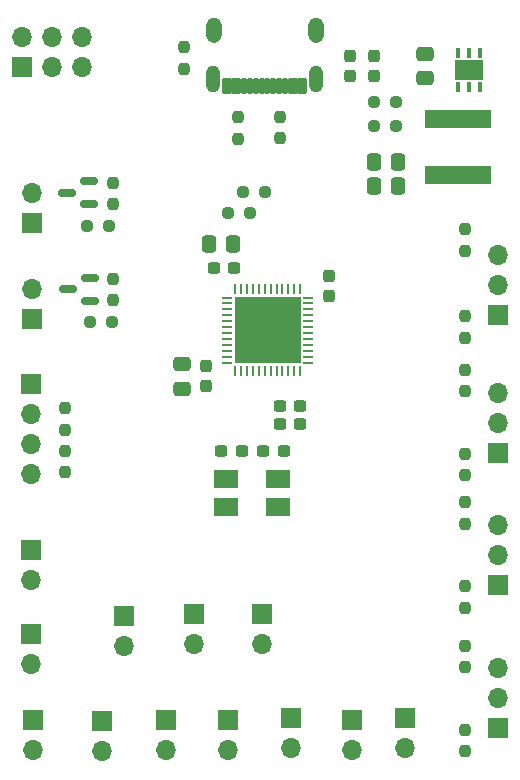
<source format=gts>
G04 #@! TF.GenerationSoftware,KiCad,Pcbnew,7.0.11*
G04 #@! TF.CreationDate,2024-12-23T17:17:55+01:00*
G04 #@! TF.ProjectId,Aviator_Controller,41766961-746f-4725-9f43-6f6e74726f6c,rev?*
G04 #@! TF.SameCoordinates,Original*
G04 #@! TF.FileFunction,Soldermask,Top*
G04 #@! TF.FilePolarity,Negative*
%FSLAX46Y46*%
G04 Gerber Fmt 4.6, Leading zero omitted, Abs format (unit mm)*
G04 Created by KiCad (PCBNEW 7.0.11) date 2024-12-23 17:17:55*
%MOMM*%
%LPD*%
G01*
G04 APERTURE LIST*
G04 Aperture macros list*
%AMRoundRect*
0 Rectangle with rounded corners*
0 $1 Rounding radius*
0 $2 $3 $4 $5 $6 $7 $8 $9 X,Y pos of 4 corners*
0 Add a 4 corners polygon primitive as box body*
4,1,4,$2,$3,$4,$5,$6,$7,$8,$9,$2,$3,0*
0 Add four circle primitives for the rounded corners*
1,1,$1+$1,$2,$3*
1,1,$1+$1,$4,$5*
1,1,$1+$1,$6,$7*
1,1,$1+$1,$8,$9*
0 Add four rect primitives between the rounded corners*
20,1,$1+$1,$2,$3,$4,$5,0*
20,1,$1+$1,$4,$5,$6,$7,0*
20,1,$1+$1,$6,$7,$8,$9,0*
20,1,$1+$1,$8,$9,$2,$3,0*%
G04 Aperture macros list end*
%ADD10C,0.010000*%
%ADD11RoundRect,0.102000X0.300000X0.575000X-0.300000X0.575000X-0.300000X-0.575000X0.300000X-0.575000X0*%
%ADD12RoundRect,0.102000X0.150000X0.575000X-0.150000X0.575000X-0.150000X-0.575000X0.150000X-0.575000X0*%
%ADD13O,1.204000X2.304000*%
%ADD14RoundRect,0.102000X-0.900000X0.700000X-0.900000X-0.700000X0.900000X-0.700000X0.900000X0.700000X0*%
%ADD15R,0.406400X0.812800*%
%ADD16R,2.489200X1.752600*%
%ADD17RoundRect,0.237500X-0.237500X0.300000X-0.237500X-0.300000X0.237500X-0.300000X0.237500X0.300000X0*%
%ADD18RoundRect,0.237500X-0.237500X0.250000X-0.237500X-0.250000X0.237500X-0.250000X0.237500X0.250000X0*%
%ADD19R,5.600000X5.600000*%
%ADD20RoundRect,0.062500X0.375000X-0.062500X0.375000X0.062500X-0.375000X0.062500X-0.375000X-0.062500X0*%
%ADD21RoundRect,0.062500X0.062500X-0.375000X0.062500X0.375000X-0.062500X0.375000X-0.062500X-0.375000X0*%
%ADD22R,5.700000X1.600000*%
%ADD23R,1.700000X1.700000*%
%ADD24O,1.700000X1.700000*%
%ADD25RoundRect,0.237500X0.237500X-0.250000X0.237500X0.250000X-0.237500X0.250000X-0.237500X-0.250000X0*%
%ADD26RoundRect,0.150000X0.587500X0.150000X-0.587500X0.150000X-0.587500X-0.150000X0.587500X-0.150000X0*%
%ADD27RoundRect,0.237500X-0.250000X-0.237500X0.250000X-0.237500X0.250000X0.237500X-0.250000X0.237500X0*%
%ADD28RoundRect,0.250000X-0.337500X-0.475000X0.337500X-0.475000X0.337500X0.475000X-0.337500X0.475000X0*%
%ADD29RoundRect,0.237500X0.300000X0.237500X-0.300000X0.237500X-0.300000X-0.237500X0.300000X-0.237500X0*%
%ADD30RoundRect,0.237500X0.237500X-0.300000X0.237500X0.300000X-0.237500X0.300000X-0.237500X-0.300000X0*%
%ADD31RoundRect,0.237500X0.250000X0.237500X-0.250000X0.237500X-0.250000X-0.237500X0.250000X-0.237500X0*%
%ADD32RoundRect,0.250000X0.337500X0.475000X-0.337500X0.475000X-0.337500X-0.475000X0.337500X-0.475000X0*%
%ADD33RoundRect,0.250000X-0.475000X0.337500X-0.475000X-0.337500X0.475000X-0.337500X0.475000X0.337500X0*%
%ADD34RoundRect,0.237500X-0.300000X-0.237500X0.300000X-0.237500X0.300000X0.237500X-0.300000X0.237500X0*%
%ADD35RoundRect,0.250000X0.475000X-0.337500X0.475000X0.337500X-0.475000X0.337500X-0.475000X-0.337500X0*%
G04 APERTURE END LIST*
D10*
X155351000Y-48001000D02*
X155383000Y-48003000D01*
X155414000Y-48007000D01*
X155445000Y-48013000D01*
X155475000Y-48020000D01*
X155505000Y-48029000D01*
X155535000Y-48040000D01*
X155564000Y-48052000D01*
X155592000Y-48065000D01*
X155620000Y-48080000D01*
X155647000Y-48097000D01*
X155673000Y-48115000D01*
X155698000Y-48134000D01*
X155721000Y-48154000D01*
X155744000Y-48176000D01*
X155766000Y-48199000D01*
X155786000Y-48222000D01*
X155805000Y-48247000D01*
X155823000Y-48273000D01*
X155840000Y-48300000D01*
X155855000Y-48328000D01*
X155868000Y-48356000D01*
X155880000Y-48385000D01*
X155891000Y-48415000D01*
X155900000Y-48445000D01*
X155907000Y-48475000D01*
X155913000Y-48506000D01*
X155917000Y-48537000D01*
X155919000Y-48569000D01*
X155920000Y-48600000D01*
X155920000Y-49000000D01*
X155920000Y-49400000D01*
X155919000Y-49431000D01*
X155917000Y-49463000D01*
X155913000Y-49494000D01*
X155907000Y-49525000D01*
X155900000Y-49555000D01*
X155891000Y-49585000D01*
X155880000Y-49615000D01*
X155868000Y-49644000D01*
X155855000Y-49672000D01*
X155840000Y-49700000D01*
X155823000Y-49727000D01*
X155805000Y-49753000D01*
X155786000Y-49778000D01*
X155766000Y-49801000D01*
X155744000Y-49824000D01*
X155721000Y-49846000D01*
X155698000Y-49866000D01*
X155673000Y-49885000D01*
X155647000Y-49903000D01*
X155620000Y-49920000D01*
X155592000Y-49935000D01*
X155564000Y-49948000D01*
X155535000Y-49960000D01*
X155505000Y-49971000D01*
X155475000Y-49980000D01*
X155445000Y-49987000D01*
X155414000Y-49993000D01*
X155383000Y-49997000D01*
X155351000Y-49999000D01*
X155320000Y-50000000D01*
X155289000Y-49999000D01*
X155257000Y-49997000D01*
X155226000Y-49993000D01*
X155195000Y-49987000D01*
X155165000Y-49980000D01*
X155135000Y-49971000D01*
X155105000Y-49960000D01*
X155076000Y-49948000D01*
X155048000Y-49935000D01*
X155020000Y-49920000D01*
X154993000Y-49903000D01*
X154967000Y-49885000D01*
X154942000Y-49866000D01*
X154919000Y-49846000D01*
X154896000Y-49824000D01*
X154874000Y-49801000D01*
X154854000Y-49778000D01*
X154835000Y-49753000D01*
X154817000Y-49727000D01*
X154800000Y-49700000D01*
X154785000Y-49672000D01*
X154772000Y-49644000D01*
X154760000Y-49615000D01*
X154749000Y-49585000D01*
X154740000Y-49555000D01*
X154733000Y-49525000D01*
X154727000Y-49494000D01*
X154723000Y-49463000D01*
X154721000Y-49431000D01*
X154720000Y-49400000D01*
X154720000Y-49000000D01*
X154720000Y-48600000D01*
X154721000Y-48569000D01*
X154723000Y-48537000D01*
X154727000Y-48506000D01*
X154733000Y-48475000D01*
X154740000Y-48445000D01*
X154749000Y-48415000D01*
X154760000Y-48385000D01*
X154772000Y-48356000D01*
X154785000Y-48328000D01*
X154800000Y-48300000D01*
X154817000Y-48273000D01*
X154835000Y-48247000D01*
X154854000Y-48222000D01*
X154874000Y-48199000D01*
X154896000Y-48176000D01*
X154919000Y-48154000D01*
X154942000Y-48134000D01*
X154967000Y-48115000D01*
X154993000Y-48097000D01*
X155020000Y-48080000D01*
X155048000Y-48065000D01*
X155076000Y-48052000D01*
X155105000Y-48040000D01*
X155135000Y-48029000D01*
X155165000Y-48020000D01*
X155195000Y-48013000D01*
X155226000Y-48007000D01*
X155257000Y-48003000D01*
X155289000Y-48001000D01*
X155320000Y-48000000D01*
X155351000Y-48001000D01*
G36*
X155351000Y-48001000D02*
G01*
X155383000Y-48003000D01*
X155414000Y-48007000D01*
X155445000Y-48013000D01*
X155475000Y-48020000D01*
X155505000Y-48029000D01*
X155535000Y-48040000D01*
X155564000Y-48052000D01*
X155592000Y-48065000D01*
X155620000Y-48080000D01*
X155647000Y-48097000D01*
X155673000Y-48115000D01*
X155698000Y-48134000D01*
X155721000Y-48154000D01*
X155744000Y-48176000D01*
X155766000Y-48199000D01*
X155786000Y-48222000D01*
X155805000Y-48247000D01*
X155823000Y-48273000D01*
X155840000Y-48300000D01*
X155855000Y-48328000D01*
X155868000Y-48356000D01*
X155880000Y-48385000D01*
X155891000Y-48415000D01*
X155900000Y-48445000D01*
X155907000Y-48475000D01*
X155913000Y-48506000D01*
X155917000Y-48537000D01*
X155919000Y-48569000D01*
X155920000Y-48600000D01*
X155920000Y-49000000D01*
X155920000Y-49400000D01*
X155919000Y-49431000D01*
X155917000Y-49463000D01*
X155913000Y-49494000D01*
X155907000Y-49525000D01*
X155900000Y-49555000D01*
X155891000Y-49585000D01*
X155880000Y-49615000D01*
X155868000Y-49644000D01*
X155855000Y-49672000D01*
X155840000Y-49700000D01*
X155823000Y-49727000D01*
X155805000Y-49753000D01*
X155786000Y-49778000D01*
X155766000Y-49801000D01*
X155744000Y-49824000D01*
X155721000Y-49846000D01*
X155698000Y-49866000D01*
X155673000Y-49885000D01*
X155647000Y-49903000D01*
X155620000Y-49920000D01*
X155592000Y-49935000D01*
X155564000Y-49948000D01*
X155535000Y-49960000D01*
X155505000Y-49971000D01*
X155475000Y-49980000D01*
X155445000Y-49987000D01*
X155414000Y-49993000D01*
X155383000Y-49997000D01*
X155351000Y-49999000D01*
X155320000Y-50000000D01*
X155289000Y-49999000D01*
X155257000Y-49997000D01*
X155226000Y-49993000D01*
X155195000Y-49987000D01*
X155165000Y-49980000D01*
X155135000Y-49971000D01*
X155105000Y-49960000D01*
X155076000Y-49948000D01*
X155048000Y-49935000D01*
X155020000Y-49920000D01*
X154993000Y-49903000D01*
X154967000Y-49885000D01*
X154942000Y-49866000D01*
X154919000Y-49846000D01*
X154896000Y-49824000D01*
X154874000Y-49801000D01*
X154854000Y-49778000D01*
X154835000Y-49753000D01*
X154817000Y-49727000D01*
X154800000Y-49700000D01*
X154785000Y-49672000D01*
X154772000Y-49644000D01*
X154760000Y-49615000D01*
X154749000Y-49585000D01*
X154740000Y-49555000D01*
X154733000Y-49525000D01*
X154727000Y-49494000D01*
X154723000Y-49463000D01*
X154721000Y-49431000D01*
X154720000Y-49400000D01*
X154720000Y-49000000D01*
X154720000Y-48600000D01*
X154721000Y-48569000D01*
X154723000Y-48537000D01*
X154727000Y-48506000D01*
X154733000Y-48475000D01*
X154740000Y-48445000D01*
X154749000Y-48415000D01*
X154760000Y-48385000D01*
X154772000Y-48356000D01*
X154785000Y-48328000D01*
X154800000Y-48300000D01*
X154817000Y-48273000D01*
X154835000Y-48247000D01*
X154854000Y-48222000D01*
X154874000Y-48199000D01*
X154896000Y-48176000D01*
X154919000Y-48154000D01*
X154942000Y-48134000D01*
X154967000Y-48115000D01*
X154993000Y-48097000D01*
X155020000Y-48080000D01*
X155048000Y-48065000D01*
X155076000Y-48052000D01*
X155105000Y-48040000D01*
X155135000Y-48029000D01*
X155165000Y-48020000D01*
X155195000Y-48013000D01*
X155226000Y-48007000D01*
X155257000Y-48003000D01*
X155289000Y-48001000D01*
X155320000Y-48000000D01*
X155351000Y-48001000D01*
G37*
X146711000Y-48001000D02*
X146743000Y-48003000D01*
X146774000Y-48007000D01*
X146805000Y-48013000D01*
X146835000Y-48020000D01*
X146865000Y-48029000D01*
X146895000Y-48040000D01*
X146924000Y-48052000D01*
X146952000Y-48065000D01*
X146980000Y-48080000D01*
X147007000Y-48097000D01*
X147033000Y-48115000D01*
X147058000Y-48134000D01*
X147081000Y-48154000D01*
X147104000Y-48176000D01*
X147126000Y-48199000D01*
X147146000Y-48222000D01*
X147165000Y-48247000D01*
X147183000Y-48273000D01*
X147200000Y-48300000D01*
X147215000Y-48328000D01*
X147228000Y-48356000D01*
X147240000Y-48385000D01*
X147251000Y-48415000D01*
X147260000Y-48445000D01*
X147267000Y-48475000D01*
X147273000Y-48506000D01*
X147277000Y-48537000D01*
X147279000Y-48569000D01*
X147280000Y-48600000D01*
X147280000Y-49000000D01*
X147280000Y-49400000D01*
X147279000Y-49431000D01*
X147277000Y-49463000D01*
X147273000Y-49494000D01*
X147267000Y-49525000D01*
X147260000Y-49555000D01*
X147251000Y-49585000D01*
X147240000Y-49615000D01*
X147228000Y-49644000D01*
X147215000Y-49672000D01*
X147200000Y-49700000D01*
X147183000Y-49727000D01*
X147165000Y-49753000D01*
X147146000Y-49778000D01*
X147126000Y-49801000D01*
X147104000Y-49824000D01*
X147081000Y-49846000D01*
X147058000Y-49866000D01*
X147033000Y-49885000D01*
X147007000Y-49903000D01*
X146980000Y-49920000D01*
X146952000Y-49935000D01*
X146924000Y-49948000D01*
X146895000Y-49960000D01*
X146865000Y-49971000D01*
X146835000Y-49980000D01*
X146805000Y-49987000D01*
X146774000Y-49993000D01*
X146743000Y-49997000D01*
X146711000Y-49999000D01*
X146680000Y-50000000D01*
X146649000Y-49999000D01*
X146617000Y-49997000D01*
X146586000Y-49993000D01*
X146555000Y-49987000D01*
X146525000Y-49980000D01*
X146495000Y-49971000D01*
X146465000Y-49960000D01*
X146436000Y-49948000D01*
X146408000Y-49935000D01*
X146380000Y-49920000D01*
X146353000Y-49903000D01*
X146327000Y-49885000D01*
X146302000Y-49866000D01*
X146279000Y-49846000D01*
X146256000Y-49824000D01*
X146234000Y-49801000D01*
X146214000Y-49778000D01*
X146195000Y-49753000D01*
X146177000Y-49727000D01*
X146160000Y-49700000D01*
X146145000Y-49672000D01*
X146132000Y-49644000D01*
X146120000Y-49615000D01*
X146109000Y-49585000D01*
X146100000Y-49555000D01*
X146093000Y-49525000D01*
X146087000Y-49494000D01*
X146083000Y-49463000D01*
X146081000Y-49431000D01*
X146080000Y-49400000D01*
X146080000Y-49000000D01*
X146080000Y-48600000D01*
X146081000Y-48569000D01*
X146083000Y-48537000D01*
X146087000Y-48506000D01*
X146093000Y-48475000D01*
X146100000Y-48445000D01*
X146109000Y-48415000D01*
X146120000Y-48385000D01*
X146132000Y-48356000D01*
X146145000Y-48328000D01*
X146160000Y-48300000D01*
X146177000Y-48273000D01*
X146195000Y-48247000D01*
X146214000Y-48222000D01*
X146234000Y-48199000D01*
X146256000Y-48176000D01*
X146279000Y-48154000D01*
X146302000Y-48134000D01*
X146327000Y-48115000D01*
X146353000Y-48097000D01*
X146380000Y-48080000D01*
X146408000Y-48065000D01*
X146436000Y-48052000D01*
X146465000Y-48040000D01*
X146495000Y-48029000D01*
X146525000Y-48020000D01*
X146555000Y-48013000D01*
X146586000Y-48007000D01*
X146617000Y-48003000D01*
X146649000Y-48001000D01*
X146680000Y-48000000D01*
X146711000Y-48001000D01*
G36*
X146711000Y-48001000D02*
G01*
X146743000Y-48003000D01*
X146774000Y-48007000D01*
X146805000Y-48013000D01*
X146835000Y-48020000D01*
X146865000Y-48029000D01*
X146895000Y-48040000D01*
X146924000Y-48052000D01*
X146952000Y-48065000D01*
X146980000Y-48080000D01*
X147007000Y-48097000D01*
X147033000Y-48115000D01*
X147058000Y-48134000D01*
X147081000Y-48154000D01*
X147104000Y-48176000D01*
X147126000Y-48199000D01*
X147146000Y-48222000D01*
X147165000Y-48247000D01*
X147183000Y-48273000D01*
X147200000Y-48300000D01*
X147215000Y-48328000D01*
X147228000Y-48356000D01*
X147240000Y-48385000D01*
X147251000Y-48415000D01*
X147260000Y-48445000D01*
X147267000Y-48475000D01*
X147273000Y-48506000D01*
X147277000Y-48537000D01*
X147279000Y-48569000D01*
X147280000Y-48600000D01*
X147280000Y-49000000D01*
X147280000Y-49400000D01*
X147279000Y-49431000D01*
X147277000Y-49463000D01*
X147273000Y-49494000D01*
X147267000Y-49525000D01*
X147260000Y-49555000D01*
X147251000Y-49585000D01*
X147240000Y-49615000D01*
X147228000Y-49644000D01*
X147215000Y-49672000D01*
X147200000Y-49700000D01*
X147183000Y-49727000D01*
X147165000Y-49753000D01*
X147146000Y-49778000D01*
X147126000Y-49801000D01*
X147104000Y-49824000D01*
X147081000Y-49846000D01*
X147058000Y-49866000D01*
X147033000Y-49885000D01*
X147007000Y-49903000D01*
X146980000Y-49920000D01*
X146952000Y-49935000D01*
X146924000Y-49948000D01*
X146895000Y-49960000D01*
X146865000Y-49971000D01*
X146835000Y-49980000D01*
X146805000Y-49987000D01*
X146774000Y-49993000D01*
X146743000Y-49997000D01*
X146711000Y-49999000D01*
X146680000Y-50000000D01*
X146649000Y-49999000D01*
X146617000Y-49997000D01*
X146586000Y-49993000D01*
X146555000Y-49987000D01*
X146525000Y-49980000D01*
X146495000Y-49971000D01*
X146465000Y-49960000D01*
X146436000Y-49948000D01*
X146408000Y-49935000D01*
X146380000Y-49920000D01*
X146353000Y-49903000D01*
X146327000Y-49885000D01*
X146302000Y-49866000D01*
X146279000Y-49846000D01*
X146256000Y-49824000D01*
X146234000Y-49801000D01*
X146214000Y-49778000D01*
X146195000Y-49753000D01*
X146177000Y-49727000D01*
X146160000Y-49700000D01*
X146145000Y-49672000D01*
X146132000Y-49644000D01*
X146120000Y-49615000D01*
X146109000Y-49585000D01*
X146100000Y-49555000D01*
X146093000Y-49525000D01*
X146087000Y-49494000D01*
X146083000Y-49463000D01*
X146081000Y-49431000D01*
X146080000Y-49400000D01*
X146080000Y-49000000D01*
X146080000Y-48600000D01*
X146081000Y-48569000D01*
X146083000Y-48537000D01*
X146087000Y-48506000D01*
X146093000Y-48475000D01*
X146100000Y-48445000D01*
X146109000Y-48415000D01*
X146120000Y-48385000D01*
X146132000Y-48356000D01*
X146145000Y-48328000D01*
X146160000Y-48300000D01*
X146177000Y-48273000D01*
X146195000Y-48247000D01*
X146214000Y-48222000D01*
X146234000Y-48199000D01*
X146256000Y-48176000D01*
X146279000Y-48154000D01*
X146302000Y-48134000D01*
X146327000Y-48115000D01*
X146353000Y-48097000D01*
X146380000Y-48080000D01*
X146408000Y-48065000D01*
X146436000Y-48052000D01*
X146465000Y-48040000D01*
X146495000Y-48029000D01*
X146525000Y-48020000D01*
X146555000Y-48013000D01*
X146586000Y-48007000D01*
X146617000Y-48003000D01*
X146649000Y-48001000D01*
X146680000Y-48000000D01*
X146711000Y-48001000D01*
G37*
D11*
X154200000Y-53755000D03*
X153400000Y-53755000D03*
D12*
X152250000Y-53755000D03*
X151250000Y-53755000D03*
X150750000Y-53755000D03*
X149750000Y-53755000D03*
D11*
X147800000Y-53755000D03*
X148600000Y-53755000D03*
D12*
X149250000Y-53755000D03*
X150250000Y-53755000D03*
X151750000Y-53755000D03*
X152750000Y-53755000D03*
D13*
X155320000Y-53180000D03*
X146680000Y-53180000D03*
D14*
X152168000Y-87034000D03*
X147768000Y-87034000D03*
X147768000Y-89434000D03*
X152168000Y-89434000D03*
D15*
X167386000Y-53848000D03*
X168336001Y-53848000D03*
X169286002Y-53848000D03*
X169286002Y-50952400D03*
X168336001Y-50952400D03*
X167386000Y-50952400D03*
D16*
X168336001Y-52400200D03*
D17*
X160274000Y-52932500D03*
X160274000Y-51207500D03*
D18*
X134112000Y-86459700D03*
X134112000Y-84634700D03*
X134112000Y-82852900D03*
X134112000Y-81027900D03*
D19*
X151265500Y-74410000D03*
D20*
X147828000Y-77160000D03*
X147828000Y-76660000D03*
X147828000Y-76160000D03*
X147828000Y-75660000D03*
X147828000Y-75160000D03*
X147828000Y-74660000D03*
X147828000Y-74160000D03*
X147828000Y-73660000D03*
X147828000Y-73160000D03*
X147828000Y-72660000D03*
X147828000Y-72160000D03*
X147828000Y-71660000D03*
D21*
X148515500Y-70972500D03*
X149015500Y-70972500D03*
X149515500Y-70972500D03*
X150015500Y-70972500D03*
X150515500Y-70972500D03*
X151015500Y-70972500D03*
X151515500Y-70972500D03*
X152015500Y-70972500D03*
X152515500Y-70972500D03*
X153015500Y-70972500D03*
X153515500Y-70972500D03*
X154015500Y-70972500D03*
D20*
X154703000Y-71660000D03*
X154703000Y-72160000D03*
X154703000Y-72660000D03*
X154703000Y-73160000D03*
X154703000Y-73660000D03*
X154703000Y-74160000D03*
X154703000Y-74660000D03*
X154703000Y-75160000D03*
X154703000Y-75660000D03*
X154703000Y-76160000D03*
X154703000Y-76660000D03*
X154703000Y-77160000D03*
D21*
X154015500Y-77847500D03*
X153515500Y-77847500D03*
X153015500Y-77847500D03*
X152515500Y-77847500D03*
X152015500Y-77847500D03*
X151515500Y-77847500D03*
X151015500Y-77847500D03*
X150515500Y-77847500D03*
X150015500Y-77847500D03*
X149515500Y-77847500D03*
X149015500Y-77847500D03*
X148515500Y-77847500D03*
D22*
X167386000Y-56578000D03*
X167386000Y-61278000D03*
D23*
X131368800Y-107437000D03*
D24*
X131368800Y-109977000D03*
X131318000Y-62839600D03*
D23*
X131318000Y-65379600D03*
D25*
X167944800Y-97940500D03*
X167944800Y-96115500D03*
D23*
X145034000Y-98450400D03*
D24*
X145034000Y-100990400D03*
D18*
X138176000Y-63752100D03*
X138176000Y-61927100D03*
D26*
X134269000Y-62773600D03*
X136144000Y-61823600D03*
X136144000Y-63723600D03*
D25*
X167944800Y-86713700D03*
X167944800Y-84888700D03*
D27*
X149201500Y-62738000D03*
X151026500Y-62738000D03*
D23*
X130505200Y-52171600D03*
D24*
X130505200Y-49631600D03*
X133045200Y-52171600D03*
X133045200Y-49631600D03*
X135585200Y-52171600D03*
X135585200Y-49631600D03*
D18*
X152349200Y-56339100D03*
X152349200Y-58164100D03*
D28*
X146268500Y-67152000D03*
X148343500Y-67152000D03*
D23*
X131267200Y-78943200D03*
D24*
X131267200Y-81483200D03*
X131267200Y-84023200D03*
X131267200Y-86563200D03*
D29*
X154032000Y-80868000D03*
X152307000Y-80868000D03*
D30*
X146057500Y-79190500D03*
X146057500Y-77465500D03*
D31*
X135993500Y-65633600D03*
X137818500Y-65633600D03*
D24*
X162915600Y-109778800D03*
D23*
X162915600Y-107238800D03*
X131267200Y-100126800D03*
D24*
X131267200Y-102666800D03*
D31*
X162099000Y-57150000D03*
X160274000Y-57150000D03*
D17*
X156471500Y-69845500D03*
X156471500Y-71570500D03*
D18*
X138176000Y-71875100D03*
X138176000Y-70050100D03*
D23*
X158394400Y-107386200D03*
D24*
X158394400Y-109926200D03*
D31*
X136247500Y-73756600D03*
X138072500Y-73756600D03*
D18*
X167995600Y-102969700D03*
X167995600Y-101144700D03*
D32*
X162327500Y-60198000D03*
X160252500Y-60198000D03*
D23*
X139090400Y-98597800D03*
D24*
X139090400Y-101137800D03*
D32*
X160252500Y-62230000D03*
X162327500Y-62230000D03*
D23*
X153263600Y-107233800D03*
D24*
X153263600Y-109773800D03*
D25*
X144221200Y-52271300D03*
X144221200Y-50446300D03*
D24*
X131318000Y-70967600D03*
D23*
X131318000Y-73507600D03*
D29*
X154032000Y-82392000D03*
X152307000Y-82392000D03*
D33*
X164592000Y-51032500D03*
X164592000Y-53107500D03*
D27*
X147931500Y-64516000D03*
X149756500Y-64516000D03*
D18*
X167944800Y-77776700D03*
X167944800Y-79601700D03*
X148742400Y-58214900D03*
X148742400Y-56389900D03*
D25*
X167995600Y-108241700D03*
X167995600Y-110066700D03*
D17*
X158242000Y-52932500D03*
X158242000Y-51207500D03*
D34*
X146719000Y-69184000D03*
X148444000Y-69184000D03*
D23*
X147878800Y-107391200D03*
D24*
X147878800Y-109931200D03*
D23*
X170738800Y-84785200D03*
D24*
X170738800Y-82245200D03*
X170738800Y-79705200D03*
D23*
X170738800Y-96012000D03*
D24*
X170738800Y-93472000D03*
X170738800Y-90932000D03*
X170738800Y-68021200D03*
X170738800Y-70561200D03*
D23*
X170738800Y-73101200D03*
X170789600Y-108138200D03*
D24*
X170789600Y-105598200D03*
X170789600Y-103058200D03*
D23*
X137261600Y-107543600D03*
D24*
X137261600Y-110083600D03*
D18*
X167944800Y-65853700D03*
X167944800Y-67678700D03*
X167944800Y-89003500D03*
X167944800Y-90828500D03*
D31*
X162099000Y-55118000D03*
X160274000Y-55118000D03*
D23*
X142646400Y-107386200D03*
D24*
X142646400Y-109926200D03*
D35*
X144025500Y-79365500D03*
X144025500Y-77290500D03*
D26*
X134366000Y-70962600D03*
X136241000Y-70012600D03*
X136241000Y-71912600D03*
D24*
X131267200Y-95605600D03*
D23*
X131267200Y-93065600D03*
D25*
X167944800Y-75044700D03*
X167944800Y-73219700D03*
D23*
X150825200Y-98445400D03*
D24*
X150825200Y-100985400D03*
D34*
X147327500Y-84678000D03*
X149052500Y-84678000D03*
X150883500Y-84678000D03*
X152608500Y-84678000D03*
M02*

</source>
